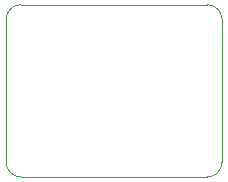
<source format=gm1>
%TF.GenerationSoftware,KiCad,Pcbnew,7.0.2*%
%TF.CreationDate,2023-07-05T23:36:49-07:00*%
%TF.ProjectId,ap5726-lcd-backlight-driver,61703537-3236-42d6-9c63-642d6261636b,rev?*%
%TF.SameCoordinates,Original*%
%TF.FileFunction,Profile,NP*%
%FSLAX46Y46*%
G04 Gerber Fmt 4.6, Leading zero omitted, Abs format (unit mm)*
G04 Created by KiCad (PCBNEW 7.0.2) date 2023-07-05 23:36:49*
%MOMM*%
%LPD*%
G01*
G04 APERTURE LIST*
%TA.AperFunction,Profile*%
%ADD10C,0.100000*%
%TD*%
G04 APERTURE END LIST*
D10*
X167386000Y-86233000D02*
G75*
G03*
X166116000Y-84963000I-1270000J0D01*
G01*
X167386000Y-86233000D02*
X167386000Y-98298000D01*
X149098000Y-86233000D02*
X149098000Y-98298000D01*
X149098000Y-98298000D02*
G75*
G03*
X150368000Y-99568000I1270000J0D01*
G01*
X150368000Y-84963000D02*
X166116000Y-84963000D01*
X150368000Y-84963000D02*
G75*
G03*
X149098000Y-86233000I0J-1270000D01*
G01*
X150368000Y-99568000D02*
X166116000Y-99568000D01*
X166116000Y-99568000D02*
G75*
G03*
X167386000Y-98298000I0J1270000D01*
G01*
M02*

</source>
